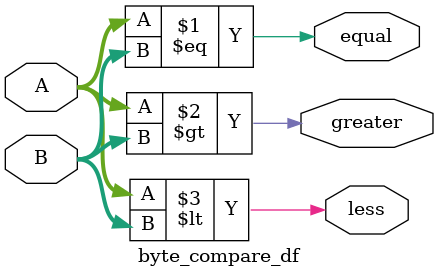
<source format=v>
module byte_compare_df (
  output equal,
  output greater,
  output less,
  input [7:0] A,
  input [7:0] B
);
  assign equal   = (A == B);
  assign greater = (A > B);
  assign less    = (A < B);

endmodule

</source>
